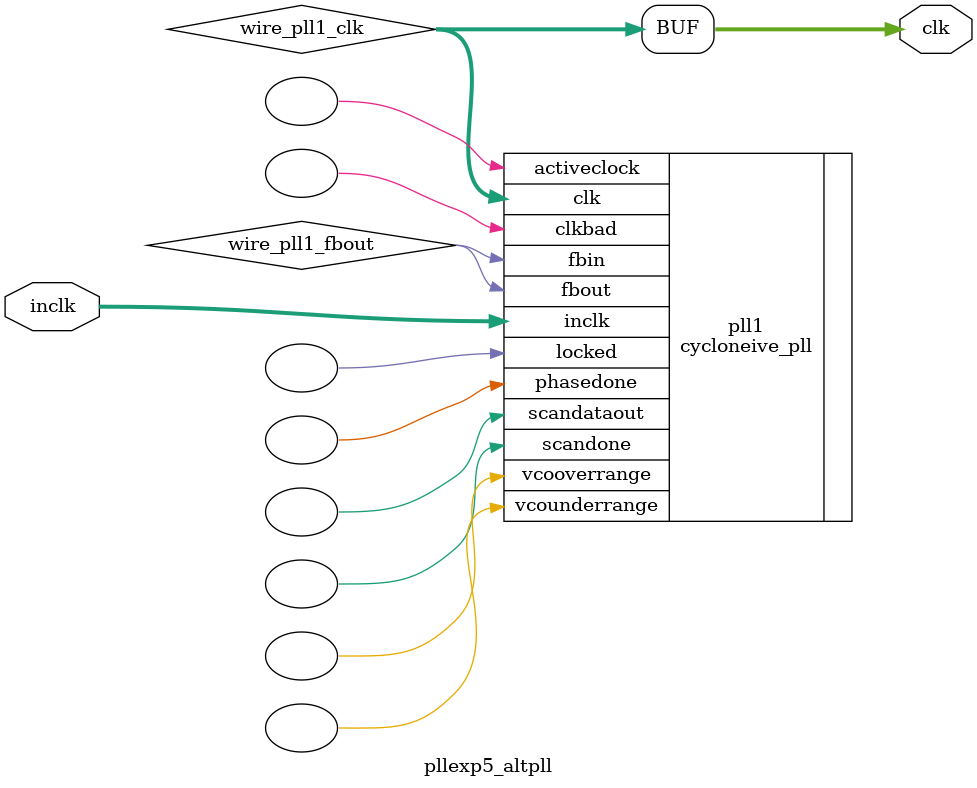
<source format=v>






//synthesis_resources = cycloneive_pll 1 
//synopsys translate_off
`timescale 1 ps / 1 ps
//synopsys translate_on
module  pllexp5_altpll
	( 
	clk,
	inclk) /* synthesis synthesis_clearbox=1 */;
	output   [4:0]  clk;
	input   [1:0]  inclk;
`ifndef ALTERA_RESERVED_QIS
// synopsys translate_off
`endif
	tri0   [1:0]  inclk;
`ifndef ALTERA_RESERVED_QIS
// synopsys translate_on
`endif

	wire  [4:0]   wire_pll1_clk;
	wire  wire_pll1_fbout;

	cycloneive_pll   pll1
	( 
	.activeclock(),
	.clk(wire_pll1_clk),
	.clkbad(),
	.fbin(wire_pll1_fbout),
	.fbout(wire_pll1_fbout),
	.inclk(inclk),
	.locked(),
	.phasedone(),
	.scandataout(),
	.scandone(),
	.vcooverrange(),
	.vcounderrange()
	`ifndef FORMAL_VERIFICATION
	// synopsys translate_off
	`endif
	,
	.areset(1'b0),
	.clkswitch(1'b0),
	.configupdate(1'b0),
	.pfdena(1'b1),
	.phasecounterselect({3{1'b0}}),
	.phasestep(1'b0),
	.phaseupdown(1'b0),
	.scanclk(1'b0),
	.scanclkena(1'b1),
	.scandata(1'b0)
	`ifndef FORMAL_VERIFICATION
	// synopsys translate_on
	`endif
	);
	defparam
		pll1.bandwidth_type = "auto",
		pll1.clk0_divide_by = 5,
		pll1.clk0_duty_cycle = 50,
		pll1.clk0_multiply_by = 1,
		pll1.clk0_phase_shift = "0",
		pll1.compensate_clock = "clk0",
		pll1.inclk0_input_frequency = 20000,
		pll1.operation_mode = "normal",
		pll1.pll_type = "auto",
		pll1.lpm_type = "cycloneive_pll";
	assign
		clk = {wire_pll1_clk[4:0]};
endmodule //pllexp5_altpll
//VALID FILE

</source>
